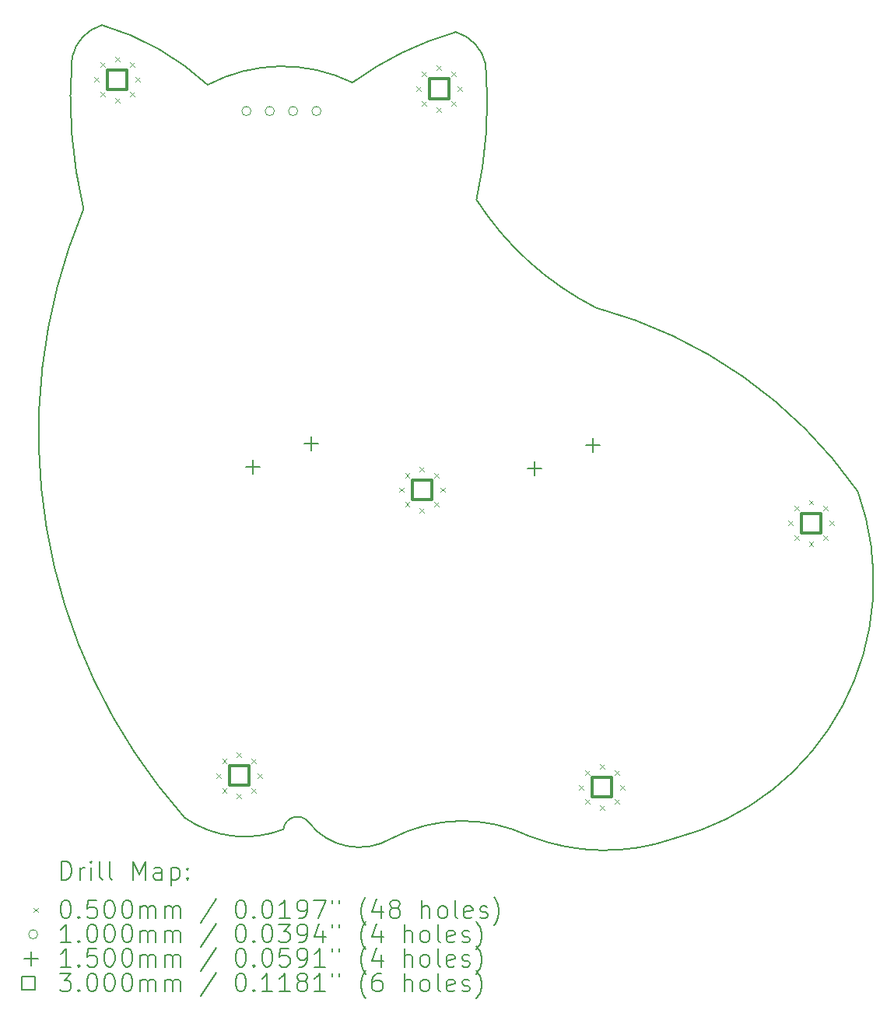
<source format=gbr>
%TF.GenerationSoftware,KiCad,Pcbnew,(6.0.9)*%
%TF.CreationDate,2022-12-26T12:39:22-05:00*%
%TF.ProjectId,Kitty_PCB,4b697474-795f-4504-9342-2e6b69636164,rev?*%
%TF.SameCoordinates,Original*%
%TF.FileFunction,Drillmap*%
%TF.FilePolarity,Positive*%
%FSLAX45Y45*%
G04 Gerber Fmt 4.5, Leading zero omitted, Abs format (unit mm)*
G04 Created by KiCad (PCBNEW (6.0.9)) date 2022-12-26 12:39:22*
%MOMM*%
%LPD*%
G01*
G04 APERTURE LIST*
%ADD10C,0.200000*%
%ADD11C,0.050000*%
%ADD12C,0.100000*%
%ADD13C,0.150000*%
%ADD14C,0.300000*%
G04 APERTURE END LIST*
D10*
X13207998Y-13708002D02*
G75*
G03*
X14108000Y-13883000I548982J421552D01*
G01*
X19183000Y-10108000D02*
G75*
G03*
X16333000Y-8108000I-4178025J-2923060D01*
G01*
X10632999Y-5383000D02*
G75*
G03*
X10758000Y-7033000I5169021J-438140D01*
G01*
X15608001Y-13857998D02*
G75*
G03*
X14108000Y-13883000I-725101J-1506372D01*
G01*
X14808000Y-5107999D02*
G75*
G03*
X13683000Y-5658000I1008190J-3487771D01*
G01*
X13683000Y-5658000D02*
G75*
G03*
X12108000Y-5683000I-762996J-1556245D01*
G01*
X15033000Y-6933000D02*
G75*
G03*
X15133000Y-5458000I-4756430J1063360D01*
G01*
X12107999Y-5683001D02*
G75*
G03*
X10958000Y-5033000I-1944139J-2097319D01*
G01*
X10958000Y-5033001D02*
G75*
G03*
X10633000Y-5383000I129690J-446320D01*
G01*
X15033001Y-6932999D02*
G75*
G03*
X16333000Y-8108000I2823789J1817539D01*
G01*
X13208004Y-13707997D02*
G75*
G03*
X12933000Y-13783000I-122804J-91393D01*
G01*
X15608001Y-13857997D02*
G75*
G03*
X17183000Y-13883000I821249J2113508D01*
G01*
X15133000Y-5458000D02*
G75*
G03*
X14808000Y-5108000I-454691J-96320D01*
G01*
X11858000Y-13657999D02*
G75*
G03*
X12933000Y-13783000I653680J936639D01*
G01*
X10758000Y-7033000D02*
G75*
G03*
X11858000Y-13658000I5826599J-2436385D01*
G01*
X17183000Y-13883000D02*
G75*
G03*
X19183000Y-10108000I-716536J2796923D01*
G01*
D11*
X10875000Y-5600000D02*
X10925000Y-5650000D01*
X10925000Y-5600000D02*
X10875000Y-5650000D01*
X10940901Y-5440901D02*
X10990901Y-5490901D01*
X10990901Y-5440901D02*
X10940901Y-5490901D01*
X10940901Y-5759099D02*
X10990901Y-5809099D01*
X10990901Y-5759099D02*
X10940901Y-5809099D01*
X11100000Y-5375000D02*
X11150000Y-5425000D01*
X11150000Y-5375000D02*
X11100000Y-5425000D01*
X11100000Y-5825000D02*
X11150000Y-5875000D01*
X11150000Y-5825000D02*
X11100000Y-5875000D01*
X11259099Y-5440901D02*
X11309099Y-5490901D01*
X11309099Y-5440901D02*
X11259099Y-5490901D01*
X11259099Y-5759099D02*
X11309099Y-5809099D01*
X11309099Y-5759099D02*
X11259099Y-5809099D01*
X11325000Y-5600000D02*
X11375000Y-5650000D01*
X11375000Y-5600000D02*
X11325000Y-5650000D01*
X12200000Y-13175000D02*
X12250000Y-13225000D01*
X12250000Y-13175000D02*
X12200000Y-13225000D01*
X12265901Y-13015901D02*
X12315901Y-13065901D01*
X12315901Y-13015901D02*
X12265901Y-13065901D01*
X12265901Y-13334099D02*
X12315901Y-13384099D01*
X12315901Y-13334099D02*
X12265901Y-13384099D01*
X12425000Y-12950000D02*
X12475000Y-13000000D01*
X12475000Y-12950000D02*
X12425000Y-13000000D01*
X12425000Y-13400000D02*
X12475000Y-13450000D01*
X12475000Y-13400000D02*
X12425000Y-13450000D01*
X12584099Y-13015901D02*
X12634099Y-13065901D01*
X12634099Y-13015901D02*
X12584099Y-13065901D01*
X12584099Y-13334099D02*
X12634099Y-13384099D01*
X12634099Y-13334099D02*
X12584099Y-13384099D01*
X12650000Y-13175000D02*
X12700000Y-13225000D01*
X12700000Y-13175000D02*
X12650000Y-13225000D01*
X14190000Y-10065000D02*
X14240000Y-10115000D01*
X14240000Y-10065000D02*
X14190000Y-10115000D01*
X14255901Y-9905901D02*
X14305901Y-9955901D01*
X14305901Y-9905901D02*
X14255901Y-9955901D01*
X14255901Y-10224099D02*
X14305901Y-10274099D01*
X14305901Y-10224099D02*
X14255901Y-10274099D01*
X14375000Y-5700000D02*
X14425000Y-5750000D01*
X14425000Y-5700000D02*
X14375000Y-5750000D01*
X14415000Y-9840000D02*
X14465000Y-9890000D01*
X14465000Y-9840000D02*
X14415000Y-9890000D01*
X14415000Y-10290000D02*
X14465000Y-10340000D01*
X14465000Y-10290000D02*
X14415000Y-10340000D01*
X14440901Y-5540901D02*
X14490901Y-5590901D01*
X14490901Y-5540901D02*
X14440901Y-5590901D01*
X14440901Y-5859099D02*
X14490901Y-5909099D01*
X14490901Y-5859099D02*
X14440901Y-5909099D01*
X14574099Y-9905901D02*
X14624099Y-9955901D01*
X14624099Y-9905901D02*
X14574099Y-9955901D01*
X14574099Y-10224099D02*
X14624099Y-10274099D01*
X14624099Y-10224099D02*
X14574099Y-10274099D01*
X14600000Y-5475000D02*
X14650000Y-5525000D01*
X14650000Y-5475000D02*
X14600000Y-5525000D01*
X14600000Y-5925000D02*
X14650000Y-5975000D01*
X14650000Y-5925000D02*
X14600000Y-5975000D01*
X14640000Y-10065000D02*
X14690000Y-10115000D01*
X14690000Y-10065000D02*
X14640000Y-10115000D01*
X14759099Y-5540901D02*
X14809099Y-5590901D01*
X14809099Y-5540901D02*
X14759099Y-5590901D01*
X14759099Y-5859099D02*
X14809099Y-5909099D01*
X14809099Y-5859099D02*
X14759099Y-5909099D01*
X14825000Y-5700000D02*
X14875000Y-5750000D01*
X14875000Y-5700000D02*
X14825000Y-5750000D01*
X16150000Y-13300000D02*
X16200000Y-13350000D01*
X16200000Y-13300000D02*
X16150000Y-13350000D01*
X16215901Y-13140901D02*
X16265901Y-13190901D01*
X16265901Y-13140901D02*
X16215901Y-13190901D01*
X16215901Y-13459099D02*
X16265901Y-13509099D01*
X16265901Y-13459099D02*
X16215901Y-13509099D01*
X16375000Y-13075000D02*
X16425000Y-13125000D01*
X16425000Y-13075000D02*
X16375000Y-13125000D01*
X16375000Y-13525000D02*
X16425000Y-13575000D01*
X16425000Y-13525000D02*
X16375000Y-13575000D01*
X16534099Y-13140901D02*
X16584099Y-13190901D01*
X16584099Y-13140901D02*
X16534099Y-13190901D01*
X16534099Y-13459099D02*
X16584099Y-13509099D01*
X16584099Y-13459099D02*
X16534099Y-13509099D01*
X16600000Y-13300000D02*
X16650000Y-13350000D01*
X16650000Y-13300000D02*
X16600000Y-13350000D01*
X18425000Y-10425000D02*
X18475000Y-10475000D01*
X18475000Y-10425000D02*
X18425000Y-10475000D01*
X18490901Y-10265901D02*
X18540901Y-10315901D01*
X18540901Y-10265901D02*
X18490901Y-10315901D01*
X18490901Y-10584099D02*
X18540901Y-10634099D01*
X18540901Y-10584099D02*
X18490901Y-10634099D01*
X18650000Y-10200000D02*
X18700000Y-10250000D01*
X18700000Y-10200000D02*
X18650000Y-10250000D01*
X18650000Y-10650000D02*
X18700000Y-10700000D01*
X18700000Y-10650000D02*
X18650000Y-10700000D01*
X18809099Y-10265901D02*
X18859099Y-10315901D01*
X18859099Y-10265901D02*
X18809099Y-10315901D01*
X18809099Y-10584099D02*
X18859099Y-10634099D01*
X18859099Y-10584099D02*
X18809099Y-10634099D01*
X18875000Y-10425000D02*
X18925000Y-10475000D01*
X18925000Y-10425000D02*
X18875000Y-10475000D01*
D12*
X12580000Y-5967500D02*
G75*
G03*
X12580000Y-5967500I-50000J0D01*
G01*
X12834000Y-5967500D02*
G75*
G03*
X12834000Y-5967500I-50000J0D01*
G01*
X13088000Y-5967500D02*
G75*
G03*
X13088000Y-5967500I-50000J0D01*
G01*
X13342000Y-5967500D02*
G75*
G03*
X13342000Y-5967500I-50000J0D01*
G01*
D13*
X12601000Y-9767000D02*
X12601000Y-9917000D01*
X12526000Y-9842000D02*
X12676000Y-9842000D01*
X13236000Y-9513000D02*
X13236000Y-9663000D01*
X13161000Y-9588000D02*
X13311000Y-9588000D01*
X15665000Y-9779000D02*
X15665000Y-9929000D01*
X15590000Y-9854000D02*
X15740000Y-9854000D01*
X16300000Y-9525000D02*
X16300000Y-9675000D01*
X16225000Y-9600000D02*
X16375000Y-9600000D01*
D14*
X11231067Y-5731067D02*
X11231067Y-5518933D01*
X11018933Y-5518933D01*
X11018933Y-5731067D01*
X11231067Y-5731067D01*
X12556067Y-13306067D02*
X12556067Y-13093933D01*
X12343933Y-13093933D01*
X12343933Y-13306067D01*
X12556067Y-13306067D01*
X14546067Y-10196067D02*
X14546067Y-9983933D01*
X14333933Y-9983933D01*
X14333933Y-10196067D01*
X14546067Y-10196067D01*
X14731067Y-5831067D02*
X14731067Y-5618933D01*
X14518933Y-5618933D01*
X14518933Y-5831067D01*
X14731067Y-5831067D01*
X16506067Y-13431067D02*
X16506067Y-13218933D01*
X16293933Y-13218933D01*
X16293933Y-13431067D01*
X16506067Y-13431067D01*
X18781067Y-10556067D02*
X18781067Y-10343933D01*
X18568933Y-10343933D01*
X18568933Y-10556067D01*
X18781067Y-10556067D01*
D10*
X10516742Y-14332424D02*
X10516742Y-14132424D01*
X10564361Y-14132424D01*
X10592933Y-14141948D01*
X10611980Y-14160995D01*
X10621504Y-14180043D01*
X10631028Y-14218138D01*
X10631028Y-14246709D01*
X10621504Y-14284805D01*
X10611980Y-14303852D01*
X10592933Y-14322900D01*
X10564361Y-14332424D01*
X10516742Y-14332424D01*
X10716742Y-14332424D02*
X10716742Y-14199090D01*
X10716742Y-14237186D02*
X10726266Y-14218138D01*
X10735790Y-14208614D01*
X10754838Y-14199090D01*
X10773885Y-14199090D01*
X10840552Y-14332424D02*
X10840552Y-14199090D01*
X10840552Y-14132424D02*
X10831028Y-14141948D01*
X10840552Y-14151471D01*
X10850076Y-14141948D01*
X10840552Y-14132424D01*
X10840552Y-14151471D01*
X10964361Y-14332424D02*
X10945314Y-14322900D01*
X10935790Y-14303852D01*
X10935790Y-14132424D01*
X11069123Y-14332424D02*
X11050076Y-14322900D01*
X11040552Y-14303852D01*
X11040552Y-14132424D01*
X11297695Y-14332424D02*
X11297695Y-14132424D01*
X11364361Y-14275281D01*
X11431028Y-14132424D01*
X11431028Y-14332424D01*
X11611980Y-14332424D02*
X11611980Y-14227662D01*
X11602457Y-14208614D01*
X11583409Y-14199090D01*
X11545314Y-14199090D01*
X11526266Y-14208614D01*
X11611980Y-14322900D02*
X11592933Y-14332424D01*
X11545314Y-14332424D01*
X11526266Y-14322900D01*
X11516742Y-14303852D01*
X11516742Y-14284805D01*
X11526266Y-14265757D01*
X11545314Y-14256233D01*
X11592933Y-14256233D01*
X11611980Y-14246709D01*
X11707218Y-14199090D02*
X11707218Y-14399090D01*
X11707218Y-14208614D02*
X11726266Y-14199090D01*
X11764361Y-14199090D01*
X11783409Y-14208614D01*
X11792933Y-14218138D01*
X11802457Y-14237186D01*
X11802457Y-14294328D01*
X11792933Y-14313376D01*
X11783409Y-14322900D01*
X11764361Y-14332424D01*
X11726266Y-14332424D01*
X11707218Y-14322900D01*
X11888171Y-14313376D02*
X11897695Y-14322900D01*
X11888171Y-14332424D01*
X11878647Y-14322900D01*
X11888171Y-14313376D01*
X11888171Y-14332424D01*
X11888171Y-14208614D02*
X11897695Y-14218138D01*
X11888171Y-14227662D01*
X11878647Y-14218138D01*
X11888171Y-14208614D01*
X11888171Y-14227662D01*
D11*
X10209123Y-14636948D02*
X10259123Y-14686948D01*
X10259123Y-14636948D02*
X10209123Y-14686948D01*
D10*
X10554838Y-14552424D02*
X10573885Y-14552424D01*
X10592933Y-14561948D01*
X10602457Y-14571471D01*
X10611980Y-14590519D01*
X10621504Y-14628614D01*
X10621504Y-14676233D01*
X10611980Y-14714328D01*
X10602457Y-14733376D01*
X10592933Y-14742900D01*
X10573885Y-14752424D01*
X10554838Y-14752424D01*
X10535790Y-14742900D01*
X10526266Y-14733376D01*
X10516742Y-14714328D01*
X10507219Y-14676233D01*
X10507219Y-14628614D01*
X10516742Y-14590519D01*
X10526266Y-14571471D01*
X10535790Y-14561948D01*
X10554838Y-14552424D01*
X10707219Y-14733376D02*
X10716742Y-14742900D01*
X10707219Y-14752424D01*
X10697695Y-14742900D01*
X10707219Y-14733376D01*
X10707219Y-14752424D01*
X10897695Y-14552424D02*
X10802457Y-14552424D01*
X10792933Y-14647662D01*
X10802457Y-14638138D01*
X10821504Y-14628614D01*
X10869123Y-14628614D01*
X10888171Y-14638138D01*
X10897695Y-14647662D01*
X10907219Y-14666709D01*
X10907219Y-14714328D01*
X10897695Y-14733376D01*
X10888171Y-14742900D01*
X10869123Y-14752424D01*
X10821504Y-14752424D01*
X10802457Y-14742900D01*
X10792933Y-14733376D01*
X11031028Y-14552424D02*
X11050076Y-14552424D01*
X11069123Y-14561948D01*
X11078647Y-14571471D01*
X11088171Y-14590519D01*
X11097695Y-14628614D01*
X11097695Y-14676233D01*
X11088171Y-14714328D01*
X11078647Y-14733376D01*
X11069123Y-14742900D01*
X11050076Y-14752424D01*
X11031028Y-14752424D01*
X11011980Y-14742900D01*
X11002457Y-14733376D01*
X10992933Y-14714328D01*
X10983409Y-14676233D01*
X10983409Y-14628614D01*
X10992933Y-14590519D01*
X11002457Y-14571471D01*
X11011980Y-14561948D01*
X11031028Y-14552424D01*
X11221504Y-14552424D02*
X11240552Y-14552424D01*
X11259599Y-14561948D01*
X11269123Y-14571471D01*
X11278647Y-14590519D01*
X11288171Y-14628614D01*
X11288171Y-14676233D01*
X11278647Y-14714328D01*
X11269123Y-14733376D01*
X11259599Y-14742900D01*
X11240552Y-14752424D01*
X11221504Y-14752424D01*
X11202457Y-14742900D01*
X11192933Y-14733376D01*
X11183409Y-14714328D01*
X11173885Y-14676233D01*
X11173885Y-14628614D01*
X11183409Y-14590519D01*
X11192933Y-14571471D01*
X11202457Y-14561948D01*
X11221504Y-14552424D01*
X11373885Y-14752424D02*
X11373885Y-14619090D01*
X11373885Y-14638138D02*
X11383409Y-14628614D01*
X11402457Y-14619090D01*
X11431028Y-14619090D01*
X11450076Y-14628614D01*
X11459599Y-14647662D01*
X11459599Y-14752424D01*
X11459599Y-14647662D02*
X11469123Y-14628614D01*
X11488171Y-14619090D01*
X11516742Y-14619090D01*
X11535790Y-14628614D01*
X11545314Y-14647662D01*
X11545314Y-14752424D01*
X11640552Y-14752424D02*
X11640552Y-14619090D01*
X11640552Y-14638138D02*
X11650076Y-14628614D01*
X11669123Y-14619090D01*
X11697695Y-14619090D01*
X11716742Y-14628614D01*
X11726266Y-14647662D01*
X11726266Y-14752424D01*
X11726266Y-14647662D02*
X11735790Y-14628614D01*
X11754837Y-14619090D01*
X11783409Y-14619090D01*
X11802457Y-14628614D01*
X11811980Y-14647662D01*
X11811980Y-14752424D01*
X12202457Y-14542900D02*
X12031028Y-14800043D01*
X12459599Y-14552424D02*
X12478647Y-14552424D01*
X12497695Y-14561948D01*
X12507218Y-14571471D01*
X12516742Y-14590519D01*
X12526266Y-14628614D01*
X12526266Y-14676233D01*
X12516742Y-14714328D01*
X12507218Y-14733376D01*
X12497695Y-14742900D01*
X12478647Y-14752424D01*
X12459599Y-14752424D01*
X12440552Y-14742900D01*
X12431028Y-14733376D01*
X12421504Y-14714328D01*
X12411980Y-14676233D01*
X12411980Y-14628614D01*
X12421504Y-14590519D01*
X12431028Y-14571471D01*
X12440552Y-14561948D01*
X12459599Y-14552424D01*
X12611980Y-14733376D02*
X12621504Y-14742900D01*
X12611980Y-14752424D01*
X12602457Y-14742900D01*
X12611980Y-14733376D01*
X12611980Y-14752424D01*
X12745314Y-14552424D02*
X12764361Y-14552424D01*
X12783409Y-14561948D01*
X12792933Y-14571471D01*
X12802457Y-14590519D01*
X12811980Y-14628614D01*
X12811980Y-14676233D01*
X12802457Y-14714328D01*
X12792933Y-14733376D01*
X12783409Y-14742900D01*
X12764361Y-14752424D01*
X12745314Y-14752424D01*
X12726266Y-14742900D01*
X12716742Y-14733376D01*
X12707218Y-14714328D01*
X12697695Y-14676233D01*
X12697695Y-14628614D01*
X12707218Y-14590519D01*
X12716742Y-14571471D01*
X12726266Y-14561948D01*
X12745314Y-14552424D01*
X13002457Y-14752424D02*
X12888171Y-14752424D01*
X12945314Y-14752424D02*
X12945314Y-14552424D01*
X12926266Y-14580995D01*
X12907218Y-14600043D01*
X12888171Y-14609567D01*
X13097695Y-14752424D02*
X13135790Y-14752424D01*
X13154837Y-14742900D01*
X13164361Y-14733376D01*
X13183409Y-14704805D01*
X13192933Y-14666709D01*
X13192933Y-14590519D01*
X13183409Y-14571471D01*
X13173885Y-14561948D01*
X13154837Y-14552424D01*
X13116742Y-14552424D01*
X13097695Y-14561948D01*
X13088171Y-14571471D01*
X13078647Y-14590519D01*
X13078647Y-14638138D01*
X13088171Y-14657186D01*
X13097695Y-14666709D01*
X13116742Y-14676233D01*
X13154837Y-14676233D01*
X13173885Y-14666709D01*
X13183409Y-14657186D01*
X13192933Y-14638138D01*
X13259599Y-14552424D02*
X13392933Y-14552424D01*
X13307218Y-14752424D01*
X13459599Y-14552424D02*
X13459599Y-14590519D01*
X13535790Y-14552424D02*
X13535790Y-14590519D01*
X13831028Y-14828614D02*
X13821504Y-14819090D01*
X13802457Y-14790519D01*
X13792933Y-14771471D01*
X13783409Y-14742900D01*
X13773885Y-14695281D01*
X13773885Y-14657186D01*
X13783409Y-14609567D01*
X13792933Y-14580995D01*
X13802457Y-14561948D01*
X13821504Y-14533376D01*
X13831028Y-14523852D01*
X13992933Y-14619090D02*
X13992933Y-14752424D01*
X13945314Y-14542900D02*
X13897695Y-14685757D01*
X14021504Y-14685757D01*
X14126266Y-14638138D02*
X14107218Y-14628614D01*
X14097695Y-14619090D01*
X14088171Y-14600043D01*
X14088171Y-14590519D01*
X14097695Y-14571471D01*
X14107218Y-14561948D01*
X14126266Y-14552424D01*
X14164361Y-14552424D01*
X14183409Y-14561948D01*
X14192933Y-14571471D01*
X14202457Y-14590519D01*
X14202457Y-14600043D01*
X14192933Y-14619090D01*
X14183409Y-14628614D01*
X14164361Y-14638138D01*
X14126266Y-14638138D01*
X14107218Y-14647662D01*
X14097695Y-14657186D01*
X14088171Y-14676233D01*
X14088171Y-14714328D01*
X14097695Y-14733376D01*
X14107218Y-14742900D01*
X14126266Y-14752424D01*
X14164361Y-14752424D01*
X14183409Y-14742900D01*
X14192933Y-14733376D01*
X14202457Y-14714328D01*
X14202457Y-14676233D01*
X14192933Y-14657186D01*
X14183409Y-14647662D01*
X14164361Y-14638138D01*
X14440552Y-14752424D02*
X14440552Y-14552424D01*
X14526266Y-14752424D02*
X14526266Y-14647662D01*
X14516742Y-14628614D01*
X14497695Y-14619090D01*
X14469123Y-14619090D01*
X14450076Y-14628614D01*
X14440552Y-14638138D01*
X14650076Y-14752424D02*
X14631028Y-14742900D01*
X14621504Y-14733376D01*
X14611980Y-14714328D01*
X14611980Y-14657186D01*
X14621504Y-14638138D01*
X14631028Y-14628614D01*
X14650076Y-14619090D01*
X14678647Y-14619090D01*
X14697695Y-14628614D01*
X14707218Y-14638138D01*
X14716742Y-14657186D01*
X14716742Y-14714328D01*
X14707218Y-14733376D01*
X14697695Y-14742900D01*
X14678647Y-14752424D01*
X14650076Y-14752424D01*
X14831028Y-14752424D02*
X14811980Y-14742900D01*
X14802457Y-14723852D01*
X14802457Y-14552424D01*
X14983409Y-14742900D02*
X14964361Y-14752424D01*
X14926266Y-14752424D01*
X14907218Y-14742900D01*
X14897695Y-14723852D01*
X14897695Y-14647662D01*
X14907218Y-14628614D01*
X14926266Y-14619090D01*
X14964361Y-14619090D01*
X14983409Y-14628614D01*
X14992933Y-14647662D01*
X14992933Y-14666709D01*
X14897695Y-14685757D01*
X15069123Y-14742900D02*
X15088171Y-14752424D01*
X15126266Y-14752424D01*
X15145314Y-14742900D01*
X15154837Y-14723852D01*
X15154837Y-14714328D01*
X15145314Y-14695281D01*
X15126266Y-14685757D01*
X15097695Y-14685757D01*
X15078647Y-14676233D01*
X15069123Y-14657186D01*
X15069123Y-14647662D01*
X15078647Y-14628614D01*
X15097695Y-14619090D01*
X15126266Y-14619090D01*
X15145314Y-14628614D01*
X15221504Y-14828614D02*
X15231028Y-14819090D01*
X15250076Y-14790519D01*
X15259599Y-14771471D01*
X15269123Y-14742900D01*
X15278647Y-14695281D01*
X15278647Y-14657186D01*
X15269123Y-14609567D01*
X15259599Y-14580995D01*
X15250076Y-14561948D01*
X15231028Y-14533376D01*
X15221504Y-14523852D01*
D12*
X10259123Y-14925948D02*
G75*
G03*
X10259123Y-14925948I-50000J0D01*
G01*
D10*
X10621504Y-15016424D02*
X10507219Y-15016424D01*
X10564361Y-15016424D02*
X10564361Y-14816424D01*
X10545314Y-14844995D01*
X10526266Y-14864043D01*
X10507219Y-14873567D01*
X10707219Y-14997376D02*
X10716742Y-15006900D01*
X10707219Y-15016424D01*
X10697695Y-15006900D01*
X10707219Y-14997376D01*
X10707219Y-15016424D01*
X10840552Y-14816424D02*
X10859599Y-14816424D01*
X10878647Y-14825948D01*
X10888171Y-14835471D01*
X10897695Y-14854519D01*
X10907219Y-14892614D01*
X10907219Y-14940233D01*
X10897695Y-14978328D01*
X10888171Y-14997376D01*
X10878647Y-15006900D01*
X10859599Y-15016424D01*
X10840552Y-15016424D01*
X10821504Y-15006900D01*
X10811980Y-14997376D01*
X10802457Y-14978328D01*
X10792933Y-14940233D01*
X10792933Y-14892614D01*
X10802457Y-14854519D01*
X10811980Y-14835471D01*
X10821504Y-14825948D01*
X10840552Y-14816424D01*
X11031028Y-14816424D02*
X11050076Y-14816424D01*
X11069123Y-14825948D01*
X11078647Y-14835471D01*
X11088171Y-14854519D01*
X11097695Y-14892614D01*
X11097695Y-14940233D01*
X11088171Y-14978328D01*
X11078647Y-14997376D01*
X11069123Y-15006900D01*
X11050076Y-15016424D01*
X11031028Y-15016424D01*
X11011980Y-15006900D01*
X11002457Y-14997376D01*
X10992933Y-14978328D01*
X10983409Y-14940233D01*
X10983409Y-14892614D01*
X10992933Y-14854519D01*
X11002457Y-14835471D01*
X11011980Y-14825948D01*
X11031028Y-14816424D01*
X11221504Y-14816424D02*
X11240552Y-14816424D01*
X11259599Y-14825948D01*
X11269123Y-14835471D01*
X11278647Y-14854519D01*
X11288171Y-14892614D01*
X11288171Y-14940233D01*
X11278647Y-14978328D01*
X11269123Y-14997376D01*
X11259599Y-15006900D01*
X11240552Y-15016424D01*
X11221504Y-15016424D01*
X11202457Y-15006900D01*
X11192933Y-14997376D01*
X11183409Y-14978328D01*
X11173885Y-14940233D01*
X11173885Y-14892614D01*
X11183409Y-14854519D01*
X11192933Y-14835471D01*
X11202457Y-14825948D01*
X11221504Y-14816424D01*
X11373885Y-15016424D02*
X11373885Y-14883090D01*
X11373885Y-14902138D02*
X11383409Y-14892614D01*
X11402457Y-14883090D01*
X11431028Y-14883090D01*
X11450076Y-14892614D01*
X11459599Y-14911662D01*
X11459599Y-15016424D01*
X11459599Y-14911662D02*
X11469123Y-14892614D01*
X11488171Y-14883090D01*
X11516742Y-14883090D01*
X11535790Y-14892614D01*
X11545314Y-14911662D01*
X11545314Y-15016424D01*
X11640552Y-15016424D02*
X11640552Y-14883090D01*
X11640552Y-14902138D02*
X11650076Y-14892614D01*
X11669123Y-14883090D01*
X11697695Y-14883090D01*
X11716742Y-14892614D01*
X11726266Y-14911662D01*
X11726266Y-15016424D01*
X11726266Y-14911662D02*
X11735790Y-14892614D01*
X11754837Y-14883090D01*
X11783409Y-14883090D01*
X11802457Y-14892614D01*
X11811980Y-14911662D01*
X11811980Y-15016424D01*
X12202457Y-14806900D02*
X12031028Y-15064043D01*
X12459599Y-14816424D02*
X12478647Y-14816424D01*
X12497695Y-14825948D01*
X12507218Y-14835471D01*
X12516742Y-14854519D01*
X12526266Y-14892614D01*
X12526266Y-14940233D01*
X12516742Y-14978328D01*
X12507218Y-14997376D01*
X12497695Y-15006900D01*
X12478647Y-15016424D01*
X12459599Y-15016424D01*
X12440552Y-15006900D01*
X12431028Y-14997376D01*
X12421504Y-14978328D01*
X12411980Y-14940233D01*
X12411980Y-14892614D01*
X12421504Y-14854519D01*
X12431028Y-14835471D01*
X12440552Y-14825948D01*
X12459599Y-14816424D01*
X12611980Y-14997376D02*
X12621504Y-15006900D01*
X12611980Y-15016424D01*
X12602457Y-15006900D01*
X12611980Y-14997376D01*
X12611980Y-15016424D01*
X12745314Y-14816424D02*
X12764361Y-14816424D01*
X12783409Y-14825948D01*
X12792933Y-14835471D01*
X12802457Y-14854519D01*
X12811980Y-14892614D01*
X12811980Y-14940233D01*
X12802457Y-14978328D01*
X12792933Y-14997376D01*
X12783409Y-15006900D01*
X12764361Y-15016424D01*
X12745314Y-15016424D01*
X12726266Y-15006900D01*
X12716742Y-14997376D01*
X12707218Y-14978328D01*
X12697695Y-14940233D01*
X12697695Y-14892614D01*
X12707218Y-14854519D01*
X12716742Y-14835471D01*
X12726266Y-14825948D01*
X12745314Y-14816424D01*
X12878647Y-14816424D02*
X13002457Y-14816424D01*
X12935790Y-14892614D01*
X12964361Y-14892614D01*
X12983409Y-14902138D01*
X12992933Y-14911662D01*
X13002457Y-14930709D01*
X13002457Y-14978328D01*
X12992933Y-14997376D01*
X12983409Y-15006900D01*
X12964361Y-15016424D01*
X12907218Y-15016424D01*
X12888171Y-15006900D01*
X12878647Y-14997376D01*
X13097695Y-15016424D02*
X13135790Y-15016424D01*
X13154837Y-15006900D01*
X13164361Y-14997376D01*
X13183409Y-14968805D01*
X13192933Y-14930709D01*
X13192933Y-14854519D01*
X13183409Y-14835471D01*
X13173885Y-14825948D01*
X13154837Y-14816424D01*
X13116742Y-14816424D01*
X13097695Y-14825948D01*
X13088171Y-14835471D01*
X13078647Y-14854519D01*
X13078647Y-14902138D01*
X13088171Y-14921186D01*
X13097695Y-14930709D01*
X13116742Y-14940233D01*
X13154837Y-14940233D01*
X13173885Y-14930709D01*
X13183409Y-14921186D01*
X13192933Y-14902138D01*
X13364361Y-14883090D02*
X13364361Y-15016424D01*
X13316742Y-14806900D02*
X13269123Y-14949757D01*
X13392933Y-14949757D01*
X13459599Y-14816424D02*
X13459599Y-14854519D01*
X13535790Y-14816424D02*
X13535790Y-14854519D01*
X13831028Y-15092614D02*
X13821504Y-15083090D01*
X13802457Y-15054519D01*
X13792933Y-15035471D01*
X13783409Y-15006900D01*
X13773885Y-14959281D01*
X13773885Y-14921186D01*
X13783409Y-14873567D01*
X13792933Y-14844995D01*
X13802457Y-14825948D01*
X13821504Y-14797376D01*
X13831028Y-14787852D01*
X13992933Y-14883090D02*
X13992933Y-15016424D01*
X13945314Y-14806900D02*
X13897695Y-14949757D01*
X14021504Y-14949757D01*
X14250076Y-15016424D02*
X14250076Y-14816424D01*
X14335790Y-15016424D02*
X14335790Y-14911662D01*
X14326266Y-14892614D01*
X14307218Y-14883090D01*
X14278647Y-14883090D01*
X14259599Y-14892614D01*
X14250076Y-14902138D01*
X14459599Y-15016424D02*
X14440552Y-15006900D01*
X14431028Y-14997376D01*
X14421504Y-14978328D01*
X14421504Y-14921186D01*
X14431028Y-14902138D01*
X14440552Y-14892614D01*
X14459599Y-14883090D01*
X14488171Y-14883090D01*
X14507218Y-14892614D01*
X14516742Y-14902138D01*
X14526266Y-14921186D01*
X14526266Y-14978328D01*
X14516742Y-14997376D01*
X14507218Y-15006900D01*
X14488171Y-15016424D01*
X14459599Y-15016424D01*
X14640552Y-15016424D02*
X14621504Y-15006900D01*
X14611980Y-14987852D01*
X14611980Y-14816424D01*
X14792933Y-15006900D02*
X14773885Y-15016424D01*
X14735790Y-15016424D01*
X14716742Y-15006900D01*
X14707218Y-14987852D01*
X14707218Y-14911662D01*
X14716742Y-14892614D01*
X14735790Y-14883090D01*
X14773885Y-14883090D01*
X14792933Y-14892614D01*
X14802457Y-14911662D01*
X14802457Y-14930709D01*
X14707218Y-14949757D01*
X14878647Y-15006900D02*
X14897695Y-15016424D01*
X14935790Y-15016424D01*
X14954837Y-15006900D01*
X14964361Y-14987852D01*
X14964361Y-14978328D01*
X14954837Y-14959281D01*
X14935790Y-14949757D01*
X14907218Y-14949757D01*
X14888171Y-14940233D01*
X14878647Y-14921186D01*
X14878647Y-14911662D01*
X14888171Y-14892614D01*
X14907218Y-14883090D01*
X14935790Y-14883090D01*
X14954837Y-14892614D01*
X15031028Y-15092614D02*
X15040552Y-15083090D01*
X15059599Y-15054519D01*
X15069123Y-15035471D01*
X15078647Y-15006900D01*
X15088171Y-14959281D01*
X15088171Y-14921186D01*
X15078647Y-14873567D01*
X15069123Y-14844995D01*
X15059599Y-14825948D01*
X15040552Y-14797376D01*
X15031028Y-14787852D01*
D13*
X10184123Y-15114948D02*
X10184123Y-15264948D01*
X10109123Y-15189948D02*
X10259123Y-15189948D01*
D10*
X10621504Y-15280424D02*
X10507219Y-15280424D01*
X10564361Y-15280424D02*
X10564361Y-15080424D01*
X10545314Y-15108995D01*
X10526266Y-15128043D01*
X10507219Y-15137567D01*
X10707219Y-15261376D02*
X10716742Y-15270900D01*
X10707219Y-15280424D01*
X10697695Y-15270900D01*
X10707219Y-15261376D01*
X10707219Y-15280424D01*
X10897695Y-15080424D02*
X10802457Y-15080424D01*
X10792933Y-15175662D01*
X10802457Y-15166138D01*
X10821504Y-15156614D01*
X10869123Y-15156614D01*
X10888171Y-15166138D01*
X10897695Y-15175662D01*
X10907219Y-15194709D01*
X10907219Y-15242328D01*
X10897695Y-15261376D01*
X10888171Y-15270900D01*
X10869123Y-15280424D01*
X10821504Y-15280424D01*
X10802457Y-15270900D01*
X10792933Y-15261376D01*
X11031028Y-15080424D02*
X11050076Y-15080424D01*
X11069123Y-15089948D01*
X11078647Y-15099471D01*
X11088171Y-15118519D01*
X11097695Y-15156614D01*
X11097695Y-15204233D01*
X11088171Y-15242328D01*
X11078647Y-15261376D01*
X11069123Y-15270900D01*
X11050076Y-15280424D01*
X11031028Y-15280424D01*
X11011980Y-15270900D01*
X11002457Y-15261376D01*
X10992933Y-15242328D01*
X10983409Y-15204233D01*
X10983409Y-15156614D01*
X10992933Y-15118519D01*
X11002457Y-15099471D01*
X11011980Y-15089948D01*
X11031028Y-15080424D01*
X11221504Y-15080424D02*
X11240552Y-15080424D01*
X11259599Y-15089948D01*
X11269123Y-15099471D01*
X11278647Y-15118519D01*
X11288171Y-15156614D01*
X11288171Y-15204233D01*
X11278647Y-15242328D01*
X11269123Y-15261376D01*
X11259599Y-15270900D01*
X11240552Y-15280424D01*
X11221504Y-15280424D01*
X11202457Y-15270900D01*
X11192933Y-15261376D01*
X11183409Y-15242328D01*
X11173885Y-15204233D01*
X11173885Y-15156614D01*
X11183409Y-15118519D01*
X11192933Y-15099471D01*
X11202457Y-15089948D01*
X11221504Y-15080424D01*
X11373885Y-15280424D02*
X11373885Y-15147090D01*
X11373885Y-15166138D02*
X11383409Y-15156614D01*
X11402457Y-15147090D01*
X11431028Y-15147090D01*
X11450076Y-15156614D01*
X11459599Y-15175662D01*
X11459599Y-15280424D01*
X11459599Y-15175662D02*
X11469123Y-15156614D01*
X11488171Y-15147090D01*
X11516742Y-15147090D01*
X11535790Y-15156614D01*
X11545314Y-15175662D01*
X11545314Y-15280424D01*
X11640552Y-15280424D02*
X11640552Y-15147090D01*
X11640552Y-15166138D02*
X11650076Y-15156614D01*
X11669123Y-15147090D01*
X11697695Y-15147090D01*
X11716742Y-15156614D01*
X11726266Y-15175662D01*
X11726266Y-15280424D01*
X11726266Y-15175662D02*
X11735790Y-15156614D01*
X11754837Y-15147090D01*
X11783409Y-15147090D01*
X11802457Y-15156614D01*
X11811980Y-15175662D01*
X11811980Y-15280424D01*
X12202457Y-15070900D02*
X12031028Y-15328043D01*
X12459599Y-15080424D02*
X12478647Y-15080424D01*
X12497695Y-15089948D01*
X12507218Y-15099471D01*
X12516742Y-15118519D01*
X12526266Y-15156614D01*
X12526266Y-15204233D01*
X12516742Y-15242328D01*
X12507218Y-15261376D01*
X12497695Y-15270900D01*
X12478647Y-15280424D01*
X12459599Y-15280424D01*
X12440552Y-15270900D01*
X12431028Y-15261376D01*
X12421504Y-15242328D01*
X12411980Y-15204233D01*
X12411980Y-15156614D01*
X12421504Y-15118519D01*
X12431028Y-15099471D01*
X12440552Y-15089948D01*
X12459599Y-15080424D01*
X12611980Y-15261376D02*
X12621504Y-15270900D01*
X12611980Y-15280424D01*
X12602457Y-15270900D01*
X12611980Y-15261376D01*
X12611980Y-15280424D01*
X12745314Y-15080424D02*
X12764361Y-15080424D01*
X12783409Y-15089948D01*
X12792933Y-15099471D01*
X12802457Y-15118519D01*
X12811980Y-15156614D01*
X12811980Y-15204233D01*
X12802457Y-15242328D01*
X12792933Y-15261376D01*
X12783409Y-15270900D01*
X12764361Y-15280424D01*
X12745314Y-15280424D01*
X12726266Y-15270900D01*
X12716742Y-15261376D01*
X12707218Y-15242328D01*
X12697695Y-15204233D01*
X12697695Y-15156614D01*
X12707218Y-15118519D01*
X12716742Y-15099471D01*
X12726266Y-15089948D01*
X12745314Y-15080424D01*
X12992933Y-15080424D02*
X12897695Y-15080424D01*
X12888171Y-15175662D01*
X12897695Y-15166138D01*
X12916742Y-15156614D01*
X12964361Y-15156614D01*
X12983409Y-15166138D01*
X12992933Y-15175662D01*
X13002457Y-15194709D01*
X13002457Y-15242328D01*
X12992933Y-15261376D01*
X12983409Y-15270900D01*
X12964361Y-15280424D01*
X12916742Y-15280424D01*
X12897695Y-15270900D01*
X12888171Y-15261376D01*
X13097695Y-15280424D02*
X13135790Y-15280424D01*
X13154837Y-15270900D01*
X13164361Y-15261376D01*
X13183409Y-15232805D01*
X13192933Y-15194709D01*
X13192933Y-15118519D01*
X13183409Y-15099471D01*
X13173885Y-15089948D01*
X13154837Y-15080424D01*
X13116742Y-15080424D01*
X13097695Y-15089948D01*
X13088171Y-15099471D01*
X13078647Y-15118519D01*
X13078647Y-15166138D01*
X13088171Y-15185186D01*
X13097695Y-15194709D01*
X13116742Y-15204233D01*
X13154837Y-15204233D01*
X13173885Y-15194709D01*
X13183409Y-15185186D01*
X13192933Y-15166138D01*
X13383409Y-15280424D02*
X13269123Y-15280424D01*
X13326266Y-15280424D02*
X13326266Y-15080424D01*
X13307218Y-15108995D01*
X13288171Y-15128043D01*
X13269123Y-15137567D01*
X13459599Y-15080424D02*
X13459599Y-15118519D01*
X13535790Y-15080424D02*
X13535790Y-15118519D01*
X13831028Y-15356614D02*
X13821504Y-15347090D01*
X13802457Y-15318519D01*
X13792933Y-15299471D01*
X13783409Y-15270900D01*
X13773885Y-15223281D01*
X13773885Y-15185186D01*
X13783409Y-15137567D01*
X13792933Y-15108995D01*
X13802457Y-15089948D01*
X13821504Y-15061376D01*
X13831028Y-15051852D01*
X13992933Y-15147090D02*
X13992933Y-15280424D01*
X13945314Y-15070900D02*
X13897695Y-15213757D01*
X14021504Y-15213757D01*
X14250076Y-15280424D02*
X14250076Y-15080424D01*
X14335790Y-15280424D02*
X14335790Y-15175662D01*
X14326266Y-15156614D01*
X14307218Y-15147090D01*
X14278647Y-15147090D01*
X14259599Y-15156614D01*
X14250076Y-15166138D01*
X14459599Y-15280424D02*
X14440552Y-15270900D01*
X14431028Y-15261376D01*
X14421504Y-15242328D01*
X14421504Y-15185186D01*
X14431028Y-15166138D01*
X14440552Y-15156614D01*
X14459599Y-15147090D01*
X14488171Y-15147090D01*
X14507218Y-15156614D01*
X14516742Y-15166138D01*
X14526266Y-15185186D01*
X14526266Y-15242328D01*
X14516742Y-15261376D01*
X14507218Y-15270900D01*
X14488171Y-15280424D01*
X14459599Y-15280424D01*
X14640552Y-15280424D02*
X14621504Y-15270900D01*
X14611980Y-15251852D01*
X14611980Y-15080424D01*
X14792933Y-15270900D02*
X14773885Y-15280424D01*
X14735790Y-15280424D01*
X14716742Y-15270900D01*
X14707218Y-15251852D01*
X14707218Y-15175662D01*
X14716742Y-15156614D01*
X14735790Y-15147090D01*
X14773885Y-15147090D01*
X14792933Y-15156614D01*
X14802457Y-15175662D01*
X14802457Y-15194709D01*
X14707218Y-15213757D01*
X14878647Y-15270900D02*
X14897695Y-15280424D01*
X14935790Y-15280424D01*
X14954837Y-15270900D01*
X14964361Y-15251852D01*
X14964361Y-15242328D01*
X14954837Y-15223281D01*
X14935790Y-15213757D01*
X14907218Y-15213757D01*
X14888171Y-15204233D01*
X14878647Y-15185186D01*
X14878647Y-15175662D01*
X14888171Y-15156614D01*
X14907218Y-15147090D01*
X14935790Y-15147090D01*
X14954837Y-15156614D01*
X15031028Y-15356614D02*
X15040552Y-15347090D01*
X15059599Y-15318519D01*
X15069123Y-15299471D01*
X15078647Y-15270900D01*
X15088171Y-15223281D01*
X15088171Y-15185186D01*
X15078647Y-15137567D01*
X15069123Y-15108995D01*
X15059599Y-15089948D01*
X15040552Y-15061376D01*
X15031028Y-15051852D01*
X10229835Y-15530659D02*
X10229835Y-15389236D01*
X10088412Y-15389236D01*
X10088412Y-15530659D01*
X10229835Y-15530659D01*
X10497695Y-15350424D02*
X10621504Y-15350424D01*
X10554838Y-15426614D01*
X10583409Y-15426614D01*
X10602457Y-15436138D01*
X10611980Y-15445662D01*
X10621504Y-15464709D01*
X10621504Y-15512328D01*
X10611980Y-15531376D01*
X10602457Y-15540900D01*
X10583409Y-15550424D01*
X10526266Y-15550424D01*
X10507219Y-15540900D01*
X10497695Y-15531376D01*
X10707219Y-15531376D02*
X10716742Y-15540900D01*
X10707219Y-15550424D01*
X10697695Y-15540900D01*
X10707219Y-15531376D01*
X10707219Y-15550424D01*
X10840552Y-15350424D02*
X10859599Y-15350424D01*
X10878647Y-15359948D01*
X10888171Y-15369471D01*
X10897695Y-15388519D01*
X10907219Y-15426614D01*
X10907219Y-15474233D01*
X10897695Y-15512328D01*
X10888171Y-15531376D01*
X10878647Y-15540900D01*
X10859599Y-15550424D01*
X10840552Y-15550424D01*
X10821504Y-15540900D01*
X10811980Y-15531376D01*
X10802457Y-15512328D01*
X10792933Y-15474233D01*
X10792933Y-15426614D01*
X10802457Y-15388519D01*
X10811980Y-15369471D01*
X10821504Y-15359948D01*
X10840552Y-15350424D01*
X11031028Y-15350424D02*
X11050076Y-15350424D01*
X11069123Y-15359948D01*
X11078647Y-15369471D01*
X11088171Y-15388519D01*
X11097695Y-15426614D01*
X11097695Y-15474233D01*
X11088171Y-15512328D01*
X11078647Y-15531376D01*
X11069123Y-15540900D01*
X11050076Y-15550424D01*
X11031028Y-15550424D01*
X11011980Y-15540900D01*
X11002457Y-15531376D01*
X10992933Y-15512328D01*
X10983409Y-15474233D01*
X10983409Y-15426614D01*
X10992933Y-15388519D01*
X11002457Y-15369471D01*
X11011980Y-15359948D01*
X11031028Y-15350424D01*
X11221504Y-15350424D02*
X11240552Y-15350424D01*
X11259599Y-15359948D01*
X11269123Y-15369471D01*
X11278647Y-15388519D01*
X11288171Y-15426614D01*
X11288171Y-15474233D01*
X11278647Y-15512328D01*
X11269123Y-15531376D01*
X11259599Y-15540900D01*
X11240552Y-15550424D01*
X11221504Y-15550424D01*
X11202457Y-15540900D01*
X11192933Y-15531376D01*
X11183409Y-15512328D01*
X11173885Y-15474233D01*
X11173885Y-15426614D01*
X11183409Y-15388519D01*
X11192933Y-15369471D01*
X11202457Y-15359948D01*
X11221504Y-15350424D01*
X11373885Y-15550424D02*
X11373885Y-15417090D01*
X11373885Y-15436138D02*
X11383409Y-15426614D01*
X11402457Y-15417090D01*
X11431028Y-15417090D01*
X11450076Y-15426614D01*
X11459599Y-15445662D01*
X11459599Y-15550424D01*
X11459599Y-15445662D02*
X11469123Y-15426614D01*
X11488171Y-15417090D01*
X11516742Y-15417090D01*
X11535790Y-15426614D01*
X11545314Y-15445662D01*
X11545314Y-15550424D01*
X11640552Y-15550424D02*
X11640552Y-15417090D01*
X11640552Y-15436138D02*
X11650076Y-15426614D01*
X11669123Y-15417090D01*
X11697695Y-15417090D01*
X11716742Y-15426614D01*
X11726266Y-15445662D01*
X11726266Y-15550424D01*
X11726266Y-15445662D02*
X11735790Y-15426614D01*
X11754837Y-15417090D01*
X11783409Y-15417090D01*
X11802457Y-15426614D01*
X11811980Y-15445662D01*
X11811980Y-15550424D01*
X12202457Y-15340900D02*
X12031028Y-15598043D01*
X12459599Y-15350424D02*
X12478647Y-15350424D01*
X12497695Y-15359948D01*
X12507218Y-15369471D01*
X12516742Y-15388519D01*
X12526266Y-15426614D01*
X12526266Y-15474233D01*
X12516742Y-15512328D01*
X12507218Y-15531376D01*
X12497695Y-15540900D01*
X12478647Y-15550424D01*
X12459599Y-15550424D01*
X12440552Y-15540900D01*
X12431028Y-15531376D01*
X12421504Y-15512328D01*
X12411980Y-15474233D01*
X12411980Y-15426614D01*
X12421504Y-15388519D01*
X12431028Y-15369471D01*
X12440552Y-15359948D01*
X12459599Y-15350424D01*
X12611980Y-15531376D02*
X12621504Y-15540900D01*
X12611980Y-15550424D01*
X12602457Y-15540900D01*
X12611980Y-15531376D01*
X12611980Y-15550424D01*
X12811980Y-15550424D02*
X12697695Y-15550424D01*
X12754837Y-15550424D02*
X12754837Y-15350424D01*
X12735790Y-15378995D01*
X12716742Y-15398043D01*
X12697695Y-15407567D01*
X13002457Y-15550424D02*
X12888171Y-15550424D01*
X12945314Y-15550424D02*
X12945314Y-15350424D01*
X12926266Y-15378995D01*
X12907218Y-15398043D01*
X12888171Y-15407567D01*
X13116742Y-15436138D02*
X13097695Y-15426614D01*
X13088171Y-15417090D01*
X13078647Y-15398043D01*
X13078647Y-15388519D01*
X13088171Y-15369471D01*
X13097695Y-15359948D01*
X13116742Y-15350424D01*
X13154837Y-15350424D01*
X13173885Y-15359948D01*
X13183409Y-15369471D01*
X13192933Y-15388519D01*
X13192933Y-15398043D01*
X13183409Y-15417090D01*
X13173885Y-15426614D01*
X13154837Y-15436138D01*
X13116742Y-15436138D01*
X13097695Y-15445662D01*
X13088171Y-15455186D01*
X13078647Y-15474233D01*
X13078647Y-15512328D01*
X13088171Y-15531376D01*
X13097695Y-15540900D01*
X13116742Y-15550424D01*
X13154837Y-15550424D01*
X13173885Y-15540900D01*
X13183409Y-15531376D01*
X13192933Y-15512328D01*
X13192933Y-15474233D01*
X13183409Y-15455186D01*
X13173885Y-15445662D01*
X13154837Y-15436138D01*
X13383409Y-15550424D02*
X13269123Y-15550424D01*
X13326266Y-15550424D02*
X13326266Y-15350424D01*
X13307218Y-15378995D01*
X13288171Y-15398043D01*
X13269123Y-15407567D01*
X13459599Y-15350424D02*
X13459599Y-15388519D01*
X13535790Y-15350424D02*
X13535790Y-15388519D01*
X13831028Y-15626614D02*
X13821504Y-15617090D01*
X13802457Y-15588519D01*
X13792933Y-15569471D01*
X13783409Y-15540900D01*
X13773885Y-15493281D01*
X13773885Y-15455186D01*
X13783409Y-15407567D01*
X13792933Y-15378995D01*
X13802457Y-15359948D01*
X13821504Y-15331376D01*
X13831028Y-15321852D01*
X13992933Y-15350424D02*
X13954837Y-15350424D01*
X13935790Y-15359948D01*
X13926266Y-15369471D01*
X13907218Y-15398043D01*
X13897695Y-15436138D01*
X13897695Y-15512328D01*
X13907218Y-15531376D01*
X13916742Y-15540900D01*
X13935790Y-15550424D01*
X13973885Y-15550424D01*
X13992933Y-15540900D01*
X14002457Y-15531376D01*
X14011980Y-15512328D01*
X14011980Y-15464709D01*
X14002457Y-15445662D01*
X13992933Y-15436138D01*
X13973885Y-15426614D01*
X13935790Y-15426614D01*
X13916742Y-15436138D01*
X13907218Y-15445662D01*
X13897695Y-15464709D01*
X14250076Y-15550424D02*
X14250076Y-15350424D01*
X14335790Y-15550424D02*
X14335790Y-15445662D01*
X14326266Y-15426614D01*
X14307218Y-15417090D01*
X14278647Y-15417090D01*
X14259599Y-15426614D01*
X14250076Y-15436138D01*
X14459599Y-15550424D02*
X14440552Y-15540900D01*
X14431028Y-15531376D01*
X14421504Y-15512328D01*
X14421504Y-15455186D01*
X14431028Y-15436138D01*
X14440552Y-15426614D01*
X14459599Y-15417090D01*
X14488171Y-15417090D01*
X14507218Y-15426614D01*
X14516742Y-15436138D01*
X14526266Y-15455186D01*
X14526266Y-15512328D01*
X14516742Y-15531376D01*
X14507218Y-15540900D01*
X14488171Y-15550424D01*
X14459599Y-15550424D01*
X14640552Y-15550424D02*
X14621504Y-15540900D01*
X14611980Y-15521852D01*
X14611980Y-15350424D01*
X14792933Y-15540900D02*
X14773885Y-15550424D01*
X14735790Y-15550424D01*
X14716742Y-15540900D01*
X14707218Y-15521852D01*
X14707218Y-15445662D01*
X14716742Y-15426614D01*
X14735790Y-15417090D01*
X14773885Y-15417090D01*
X14792933Y-15426614D01*
X14802457Y-15445662D01*
X14802457Y-15464709D01*
X14707218Y-15483757D01*
X14878647Y-15540900D02*
X14897695Y-15550424D01*
X14935790Y-15550424D01*
X14954837Y-15540900D01*
X14964361Y-15521852D01*
X14964361Y-15512328D01*
X14954837Y-15493281D01*
X14935790Y-15483757D01*
X14907218Y-15483757D01*
X14888171Y-15474233D01*
X14878647Y-15455186D01*
X14878647Y-15445662D01*
X14888171Y-15426614D01*
X14907218Y-15417090D01*
X14935790Y-15417090D01*
X14954837Y-15426614D01*
X15031028Y-15626614D02*
X15040552Y-15617090D01*
X15059599Y-15588519D01*
X15069123Y-15569471D01*
X15078647Y-15540900D01*
X15088171Y-15493281D01*
X15088171Y-15455186D01*
X15078647Y-15407567D01*
X15069123Y-15378995D01*
X15059599Y-15359948D01*
X15040552Y-15331376D01*
X15031028Y-15321852D01*
M02*

</source>
